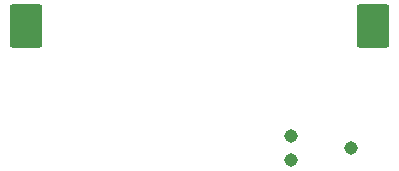
<source format=gbr>
%TF.GenerationSoftware,KiCad,Pcbnew,9.0.3-9.0.3-0~ubuntu24.04.1*%
%TF.CreationDate,2025-07-10T17:18:30-04:00*%
%TF.ProjectId,tire_sensor,74697265-5f73-4656-9e73-6f722e6b6963,rev?*%
%TF.SameCoordinates,Original*%
%TF.FileFunction,Soldermask,Bot*%
%TF.FilePolarity,Negative*%
%FSLAX46Y46*%
G04 Gerber Fmt 4.6, Leading zero omitted, Abs format (unit mm)*
G04 Created by KiCad (PCBNEW 9.0.3-9.0.3-0~ubuntu24.04.1) date 2025-07-10 17:18:30*
%MOMM*%
%LPD*%
G01*
G04 APERTURE LIST*
G04 Aperture macros list*
%AMRoundRect*
0 Rectangle with rounded corners*
0 $1 Rounding radius*
0 $2 $3 $4 $5 $6 $7 $8 $9 X,Y pos of 4 corners*
0 Add a 4 corners polygon primitive as box body*
4,1,4,$2,$3,$4,$5,$6,$7,$8,$9,$2,$3,0*
0 Add four circle primitives for the rounded corners*
1,1,$1+$1,$2,$3*
1,1,$1+$1,$4,$5*
1,1,$1+$1,$6,$7*
1,1,$1+$1,$8,$9*
0 Add four rect primitives between the rounded corners*
20,1,$1+$1,$2,$3,$4,$5,0*
20,1,$1+$1,$4,$5,$6,$7,0*
20,1,$1+$1,$6,$7,$8,$9,0*
20,1,$1+$1,$8,$9,$2,$3,0*%
G04 Aperture macros list end*
%ADD10C,1.143000*%
%ADD11RoundRect,0.211723X-1.164477X-1.614477X1.164477X-1.614477X1.164477X1.614477X-1.164477X1.614477X0*%
G04 APERTURE END LIST*
D10*
%TO.C,J1*%
X90480000Y52381000D03*
X90480000Y50349000D03*
X95560000Y51365000D03*
%TD*%
D11*
%TO.C,BT1*%
X97450000Y61750000D03*
X68050000Y61750000D03*
%TD*%
M02*

</source>
